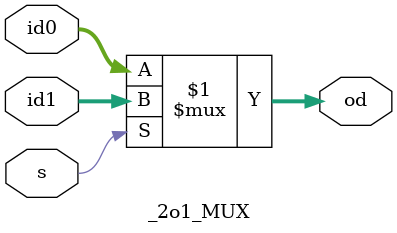
<source format=sv>
`timescale 1ns / 1ps


module _2o1_MUX(
input logic s,
input logic [31:0] id0, id1,
output logic [31:0] od);

assign od = s?id1:id0;

endmodule

</source>
